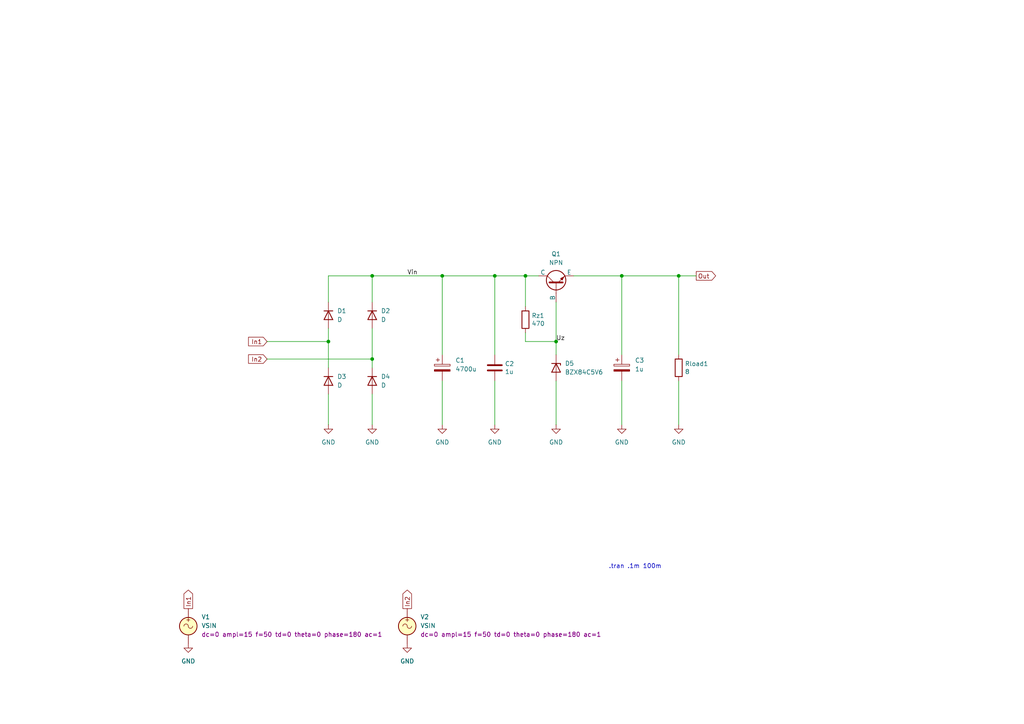
<source format=kicad_sch>
(kicad_sch (version 20231120) (generator "eeschema") (generator_version "8.0")
  (paper "A4")
  (title_block (title "Rectifier with 4 diodes and NPN passtransistor") (date "2024-05-27") (rev "2") (company "GitHub/OJStuff"))
  (lib_symbols
    (symbol "Device:C" (pin_numbers hide) (pin_names (offset 0.254))
      (property "Reference" "C" (at 0.635 2.54 0))
      (property "Value" "C" (at 0.635 -2.54 0))
      (symbol "C_0_1"
        (polyline (pts (xy -2.032 -0.762) (xy 2.032 -0.762)) (stroke (width 0.508)))
        (polyline (pts (xy -2.032 0.762) (xy 2.032 0.762)) (stroke (width 0.508)))
      )
      (symbol "C_1_1"
        (pin passive line (at 0 3.81 270) (length 2.794) (name "~") (number "1"))
        (pin passive line (at 0 -3.81 90) (length 2.794) (name "~") (number "2"))
      )
    )
    (symbol "Device:C_Polarized" (pin_numbers hide) (pin_names (offset 0.254))
      (property "Reference" "C" (at 0.635 2.54 0))
      (property "Value" "C_Polarized" (at 0.635 -2.54 0))
      (symbol "C_Polarized_0_1"
        (rectangle (start -2.286 0.508) (end 2.286 1.016))
        (polyline (pts (xy -1.778 2.286) (xy -0.762 2.286)))
        (polyline (pts (xy -1.27 2.794) (xy -1.27 1.778)))
        (rectangle (start 2.286 -0.508) (end -2.286 -1.016) (fill (type outline)))
      )
      (symbol "C_Polarized_1_1"
        (pin passive line (at 0 3.81 270) (length 2.794) (name "~") (number "1"))
        (pin passive line (at 0 -3.81 90) (length 2.794) (name "~") (number "2"))
      )
    )
    (symbol "Device:D" (pin_numbers hide) (pin_names (offset 1.016) hide)
      (property "Reference" "D" (at 0 2.54 0))
      (property "Value" "D" (at 0 -2.54 0))
      (symbol "D_0_1"
        (polyline (pts (xy -1.27 1.27) (xy -1.27 -1.27)) (stroke (width 0.254)))
        (polyline (pts (xy 1.27 0) (xy -1.27 0)))
        (polyline (pts (xy 1.27 1.27) (xy 1.27 -1.27) (xy -1.27 0) (xy 1.27 1.27)) (stroke (width 0.254)))
      )
      (symbol "D_1_1"
        (pin passive line (at -3.81 0 0) (length 2.54) (name "K") (number "1"))
        (pin passive line (at 3.81 0 180) (length 2.54) (name "A") (number "2"))
      )
    )
    (symbol "Device:D_Zener" (pin_numbers hide) (pin_names (offset 1.016) hide)
      (property "Reference" "D" (at 0 2.54 0))
      (property "Value" "D_Zener" (at 0 -2.54 0))
      (symbol "D_Zener_0_1"
        (polyline (pts (xy 1.27 0) (xy -1.27 0)))
        (polyline (pts (xy -1.27 -1.27) (xy -1.27 1.27) (xy -0.762 1.27)) (stroke (width 0.254)))
        (polyline (pts (xy 1.27 -1.27) (xy 1.27 1.27) (xy -1.27 0) (xy 1.27 -1.27)) (stroke (width 0.254)))
      )
      (symbol "D_Zener_1_1"
        (pin passive line (at -3.81 0 0) (length 2.54) (name "K") (number "1"))
        (pin passive line (at 3.81 0 180) (length 2.54) (name "A") (number "2"))
      )
    )
    (symbol "Device:R" (pin_numbers hide) (pin_names (offset 0))
      (property "Reference" "R" (at 2.032 0 90))
      (property "Value" "R" (at 0 0 90))
      (symbol "R_0_1"
        (rectangle (start -1.016 -2.54) (end 1.016 2.54) (stroke (width 0.254)))
      )
      (symbol "R_1_1"
        (pin passive line (at 0 3.81 270) (length 1.27) (name "~") (number "1"))
        (pin passive line (at 0 -3.81 90) (length 1.27) (name "~") (number "2"))
      )
    )
    (symbol "GND_1" (power) (pin_numbers hide) (pin_names (offset 0) hide)
      (property "Value" "GND" (at 0 -3.81 0))
      (symbol "GND_1_0_1"
        (polyline (pts (xy 0 0) (xy 0 -1.27) (xy 1.27 -1.27) (xy 0 -2.54) (xy -1.27 -1.27) (xy 0 -1.27)))
      )
      (symbol "GND_1_1_1"
        (pin power_in line (at 0 0 270) (length 0) (name "~") (number "1"))
      )
    )
    (symbol "Simulation_SPICE:NPN" (pin_numbers hide) (pin_names (offset 0))
      (property "Reference" "Q" (at -2.54 7.62 0))
      (property "Value" "NPN" (at -2.54 5.08 0))
      (symbol "NPN_0_1"
        (polyline (pts (xy -2.54 0) (xy 0.635 0)) (stroke (width 0.1524)))
        (polyline (pts (xy 0.635 0.635) (xy 2.54 2.54)))
        (polyline (pts (xy 2.794 -1.27) (xy 2.794 -1.27)) (stroke (width 0.1524)))
        (polyline (pts (xy 2.794 -1.27) (xy 2.794 -1.27)) (stroke (width 0.1524)))
        (polyline (pts (xy 0.635 -0.635) (xy 2.54 -2.54) (xy 2.54 -2.54)))
        (polyline (pts (xy 0.635 1.905) (xy 0.635 -1.905) (xy 0.635 -1.905)) (stroke (width 0.508)))
        (polyline (pts (xy 1.27 -1.778) (xy 1.778 -1.27) (xy 2.286 -2.286) (xy 1.27 -1.778) (xy 1.27 -1.778)) (fill (type outline)))
        (circle (center 1.27 0) (radius 2.8194) (stroke (width 0.254)))
      )
      (symbol "NPN_1_1"
        (pin open_collector line (at 2.54 5.08 270) (length 2.54) (name "C") (number "1"))
        (pin input line (at -5.08 0 0) (length 2.54) (name "B") (number "2"))
        (pin open_emitter line (at 2.54 -5.08 90) (length 2.54) (name "E") (number "3"))
      )
    )
    (symbol "Simulation_SPICE:VSIN" (pin_numbers hide) (pin_names (offset 0.0254))
      (property "Reference" "V" (at 2.54 2.54 0))
      (property "Value" "VSIN" (at 2.54 0 0))
      (property "Sim.Params" "dc=0 ampl=1 f=1k ac=1" (at 2.54 -2.54 0))
      (symbol "VSIN_0_0"
        (arc (start 0 0) (mid -0.635 0.6323) (end -1.27 0))
        (arc (start 0 0) (mid 0.635 -0.6323) (end 1.27 0))
        (text "+" (at 0 1.905 0) (effects (font (size 1.27 1.27))))
      )
      (symbol "VSIN_0_1"
        (circle (center 0 0) (radius 2.54) (stroke (width 0.254)) (fill (type background)))
      )
      (symbol "VSIN_1_1"
        (pin passive line (at 0 5.08 270) (length 2.54) (name "~") (number "1"))
        (pin passive line (at 0 -5.08 90) (length 2.54) (name "~") (number "2"))
      )
    )
  )
  (junction (at 143.51 80.01))
  (junction (at 107.95 80.01))
  (junction (at 107.95 104.14))
  (junction (at 196.85 80.01))
  (junction (at 152.4 80.01))
  (junction (at 95.25 99.06))
  (junction (at 161.29 99.06))
  (junction (at 180.34 80.01))
  (junction (at 128.27 80.01))
  (wire (pts (xy 143.51 80.01) (xy 143.51 102.87)))
  (wire (pts (xy 128.27 80.01) (xy 128.27 102.87)))
  (wire (pts (xy 161.29 87.63) (xy 161.29 99.06)))
  (wire (pts (xy 107.95 87.63) (xy 107.95 80.01)))
  (wire (pts (xy 143.51 80.01) (xy 152.4 80.01)))
  (wire (pts (xy 196.85 110.49) (xy 196.85 123.19)))
  (wire (pts (xy 196.85 80.01) (xy 201.93 80.01)))
  (wire (pts (xy 152.4 80.01) (xy 156.21 80.01)))
  (wire (pts (xy 107.95 80.01) (xy 128.27 80.01)))
  (wire (pts (xy 95.25 87.63) (xy 95.25 80.01)))
  (wire (pts (xy 77.47 99.06) (xy 95.25 99.06)))
  (wire (pts (xy 161.29 110.49) (xy 161.29 123.19)))
  (wire (pts (xy 196.85 102.87) (xy 196.85 80.01)))
  (wire (pts (xy 107.95 95.25) (xy 107.95 104.14)))
  (wire (pts (xy 180.34 110.49) (xy 180.34 123.19)))
  (wire (pts (xy 152.4 80.01) (xy 152.4 88.9)))
  (wire (pts (xy 152.4 96.52) (xy 152.4 99.06)))
  (wire (pts (xy 180.34 80.01) (xy 180.34 102.87)))
  (wire (pts (xy 166.37 80.01) (xy 180.34 80.01)))
  (wire (pts (xy 77.47 104.14) (xy 107.95 104.14)))
  (wire (pts (xy 161.29 99.06) (xy 161.29 102.87)))
  (wire (pts (xy 95.25 114.3) (xy 95.25 123.19)))
  (wire (pts (xy 143.51 110.49) (xy 143.51 123.19)))
  (wire (pts (xy 128.27 80.01) (xy 143.51 80.01)))
  (wire (pts (xy 128.27 110.49) (xy 128.27 123.19)))
  (wire (pts (xy 95.25 99.06) (xy 95.25 106.68)))
  (wire (pts (xy 95.25 95.25) (xy 95.25 99.06)))
  (wire (pts (xy 152.4 99.06) (xy 161.29 99.06)))
  (wire (pts (xy 95.25 80.01) (xy 107.95 80.01)))
  (wire (pts (xy 180.34 80.01) (xy 196.85 80.01)))
  (wire (pts (xy 107.95 106.68) (xy 107.95 104.14)))
  (wire (pts (xy 107.95 114.3) (xy 107.95 123.19)))
  (text ".tran .1m 100m" (at 176.53 165.1 0) (effects (font (size 1.27 1.27)) (justify left bottom)))
  (label "Vin" (at 118.11 80.01 0))
  (label "Uz" (at 161.29 99.06 0))
  (global_label "In2" (shape output) (at 118.11 176.53 90) (property "Intersheetrefs" "${INTERSHEET_REFS}" (effects (hide yes))))
  (global_label "Out" (shape output) (at 201.93 80.01 0) (property "Intersheetrefs" "${INTERSHEET_REFS}" (effects (hide yes))))
  (global_label "In1" (shape output) (at 54.61 176.53 90) (property "Intersheetrefs" "${INTERSHEET_REFS}" (effects (hide yes))))
  (global_label "In2" (shape input) (at 77.47 104.14 180) (property "Intersheetrefs" "${INTERSHEET_REFS}" (effects (hide yes))))
  (global_label "In1" (shape input) (at 77.47 99.06 180) (property "Intersheetrefs" "${INTERSHEET_REFS}" (effects (hide yes))))
  (symbol (lib_name "GND_1") (lib_id "power:GND") (at 128.27 123.19 0) (unit 1)
    (property "Reference" "#PWR05" (effects (hide yes)))
    (property "Value" "GND" (at 128.27 128.27 0))
    (property "Description" "Power symbol creates a global label with name \"GND\" , ground" (effects (hide yes)))
  )
  (symbol (lib_name "GND_1") (lib_id "power:GND") (at 95.25 123.19 0) (unit 1)
    (property "Reference" "#PWR03" (effects (hide yes)))
    (property "Value" "GND" (at 95.25 128.27 0))
    (property "Description" "Power symbol creates a global label with name \"GND\" , ground" (effects (hide yes)))
  )
  (symbol (lib_name "GND_1") (lib_id "power:GND") (at 180.34 123.19 0) (unit 1)
    (property "Reference" "#PWR08" (effects (hide yes)))
    (property "Value" "GND" (at 180.34 128.27 0))
    (property "Description" "Power symbol creates a global label with name \"GND\" , ground" (effects (hide yes)))
  )
  (symbol (lib_id "Device:C") (at 143.51 106.68 0) (unit 1)
    (property "Reference" "C2" (at 146.431 105.5116 0) (effects (justify left)))
    (property "Value" "1u" (at 146.431 107.823 0) (effects (justify left)))
    (property "Footprint" "Capacitor_THT:C_Disc_D3.0mm_W1.6mm_P2.50mm" (effects (hide yes)))
  )
  (symbol (lib_id "Device:D") (at 107.95 110.49 270) (unit 1)
    (property "Reference" "D4" (at 110.49 109.2199 90) (effects (justify left)))
    (property "Value" "D" (at 110.49 111.7599 90) (effects (justify left)))
    (property "Description" "Diode" (effects (hide yes)))
    (property "Sim.Device" "D" (effects (hide yes)))
    (property "Sim.Pins" "1=K 2=A" (effects (hide yes)))
  )
  (symbol (lib_id "Device:D_Zener") (at 161.29 106.68 270) (unit 1)
    (property "Reference" "D5" (at 163.83 105.4099 90) (effects (justify left)))
    (property "Value" "BZX84C5V6" (at 163.83 107.9499 90) (effects (justify left)))
    (property "Sim.Library" "BZX84C5V6.LIB" (effects (hide yes)))
    (property "Sim.Name" "BZX84C5V6" (effects (hide yes)))
    (property "Sim.Pins" "1=1 2=2" (effects (hide yes)))
    (property "Sim.Device" "SUBCKT" (effects (hide yes)))
  )
  (symbol (lib_id "Device:R") (at 196.85 106.68 0) (unit 1)
    (property "Reference" "Rload1" (at 198.628 105.5116 0) (effects (justify left)))
    (property "Value" "8" (at 198.628 107.823 0) (effects (justify left)))
    (property "Footprint" "Resistor_THT:R_Axial_DIN0309_L9.0mm_D3.2mm_P12.70mm_Horizontal" (effects (hide yes)))
  )
  (symbol (lib_id "Simulation_SPICE:VSIN") (at 54.61 181.61 0) (unit 1)
    (property "Reference" "V1" (at 58.42 178.9401 0) (effects (justify left)))
    (property "Value" "VSIN" (at 58.42 181.4801 0) (effects (justify left)))
    (property "Datasheet" "https://ngspice.sourceforge.io/docs/ngspice-html-manual/manual.xhtml#sec_Independent_Sources_for" (effects (hide yes)))
    (property "Description" "Voltage source, sinusoidal" (effects (hide yes)))
    (property "Sim.Pins" "1=+ 2=-" (effects (hide yes)))
    (property "Sim.Params" "dc=0 ampl=15 f=50 td=0 theta=0 phase=180 ac=1" (at 58.42 184.0201 0) (effects (justify left)))
    (property "Sim.Type" "SIN" (effects (hide yes)))
    (property "Sim.Device" "V" (effects (hide yes)))
  )
  (symbol (lib_name "GND_1") (lib_id "power:GND") (at 54.61 186.69 0) (unit 1)
    (property "Reference" "#PWR02" (effects (hide yes)))
    (property "Value" "GND" (at 54.61 191.77 0))
    (property "Description" "Power symbol creates a global label with name \"GND\" , ground" (effects (hide yes)))
  )
  (symbol (lib_id "Device:C_Polarized") (at 128.27 106.68 0) (unit 1)
    (property "Reference" "C1" (at 132.08 104.5209 0) (effects (justify left)))
    (property "Value" "4700u" (at 132.08 107.0609 0) (effects (justify left)))
    (property "Footprint" "Capacitor_THT:CP_Radial_D16.0mm_P7.50mm" (effects (hide yes)))
  )
  (symbol (lib_id "Device:D") (at 95.25 110.49 270) (unit 1)
    (property "Reference" "D3" (at 97.79 109.2199 90) (effects (justify left)))
    (property "Value" "D" (at 97.79 111.7599 90) (effects (justify left)))
    (property "Description" "Diode" (effects (hide yes)))
    (property "Sim.Device" "D" (effects (hide yes)))
    (property "Sim.Pins" "1=K 2=A" (effects (hide yes)))
  )
  (symbol (lib_id "Device:D") (at 107.95 91.44 270) (unit 1)
    (property "Reference" "D2" (at 110.49 90.1699 90) (effects (justify left)))
    (property "Value" "D" (at 110.49 92.7099 90) (effects (justify left)))
    (property "Description" "Diode" (effects (hide yes)))
    (property "Sim.Device" "D" (effects (hide yes)))
    (property "Sim.Pins" "1=K 2=A" (effects (hide yes)))
  )
  (symbol (lib_id "Simulation_SPICE:VSIN") (at 118.11 181.61 0) (unit 1)
    (property "Reference" "V2" (at 121.92 178.9401 0) (effects (justify left)))
    (property "Value" "VSIN" (at 121.92 181.4801 0) (effects (justify left)))
    (property "Datasheet" "https://ngspice.sourceforge.io/docs/ngspice-html-manual/manual.xhtml#sec_Independent_Sources_for" (effects (hide yes)))
    (property "Description" "Voltage source, sinusoidal" (effects (hide yes)))
    (property "Sim.Pins" "1=+ 2=-" (effects (hide yes)))
    (property "Sim.Params" "dc=0 ampl=15 f=50 td=0 theta=0 phase=180 ac=1" (at 121.92 184.0201 0) (effects (justify left)))
    (property "Sim.Type" "SIN" (effects (hide yes)))
    (property "Sim.Device" "V" (effects (hide yes)))
  )
  (symbol (lib_name "GND_1") (lib_id "power:GND") (at 161.29 123.19 0) (unit 1)
    (property "Reference" "#PWR07" (effects (hide yes)))
    (property "Value" "GND" (at 161.29 128.27 0))
    (property "Description" "Power symbol creates a global label with name \"GND\" , ground" (effects (hide yes)))
  )
  (symbol (lib_id "Device:D") (at 95.25 91.44 270) (unit 1)
    (property "Reference" "D1" (at 97.79 90.1699 90) (effects (justify left)))
    (property "Value" "D" (at 97.79 92.7099 90) (effects (justify left)))
    (property "Description" "Diode" (effects (hide yes)))
    (property "Sim.Device" "D" (effects (hide yes)))
    (property "Sim.Pins" "1=K 2=A" (effects (hide yes)))
  )
  (symbol (lib_name "GND_1") (lib_id "power:GND") (at 118.11 186.69 0) (unit 1)
    (property "Reference" "#PWR01" (effects (hide yes)))
    (property "Value" "GND" (at 118.11 191.77 0))
    (property "Description" "Power symbol creates a global label with name \"GND\" , ground" (effects (hide yes)))
  )
  (symbol (lib_id "Device:R") (at 152.4 92.71 0) (unit 1)
    (property "Reference" "Rz1" (at 154.178 91.5416 0) (effects (justify left)))
    (property "Value" "470" (at 154.178 93.853 0) (effects (justify left)))
    (property "Footprint" "Resistor_THT:R_Axial_DIN0309_L9.0mm_D3.2mm_P12.70mm_Horizontal" (effects (hide yes)))
    (property "Sim.Device" "R" (effects (hide yes)))
    (property "Sim.Pins" "1=+ 2=-" (effects (hide yes)))
  )
  (symbol (lib_name "GND_1") (lib_id "power:GND") (at 196.85 123.19 0) (unit 1)
    (property "Reference" "#PWR09" (effects (hide yes)))
    (property "Value" "GND" (at 196.85 128.27 0))
    (property "Description" "Power symbol creates a global label with name \"GND\" , ground" (effects (hide yes)))
  )
  (symbol (lib_id "Device:C_Polarized") (at 180.34 106.68 0) (unit 1)
    (property "Reference" "C3" (at 184.15 104.5209 0) (effects (justify left)))
    (property "Value" "1u" (at 184.15 107.0609 0) (effects (justify left)))
    (property "Footprint" "Capacitor_THT:CP_Radial_D16.0mm_P7.50mm" (effects (hide yes)))
  )
  (symbol (lib_name "GND_1") (lib_id "power:GND") (at 107.95 123.19 0) (unit 1)
    (property "Reference" "#PWR04" (effects (hide yes)))
    (property "Value" "GND" (at 107.95 128.27 0))
    (property "Description" "Power symbol creates a global label with name \"GND\" , ground" (effects (hide yes)))
  )
  (symbol (lib_name "GND_1") (lib_id "power:GND") (at 143.51 123.19 0) (unit 1)
    (property "Reference" "#PWR06" (effects (hide yes)))
    (property "Value" "GND" (at 143.51 128.27 0))
    (property "Description" "Power symbol creates a global label with name \"GND\" , ground" (effects (hide yes)))
  )
  (symbol (lib_id "Simulation_SPICE:NPN") (at 161.29 82.55 90) (unit 1)
    (property "Reference" "Q1" (at 161.29 73.66 90))
    (property "Value" "NPN" (at 161.29 76.2 90))
    (property "Datasheet" "https://ngspice.sourceforge.io/docs/ngspice-html-manual/manual.xhtml#cha_BJTs" (effects (hide yes)))
    (property "Description" "Bipolar transistor symbol for simulation only, substrate tied to the emitter" (effects (hide yes)))
    (property "Sim.Device" "NPN" (effects (hide yes)))
    (property "Sim.Type" "GUMMELPOON" (effects (hide yes)))
    (property "Sim.Pins" "1=C 2=B 3=E" (effects (hide yes)))
  )
)
</source>
